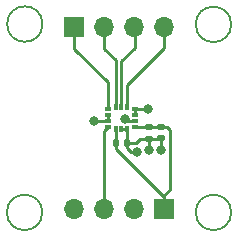
<source format=gbr>
%TF.GenerationSoftware,KiCad,Pcbnew,7.0.10*%
%TF.CreationDate,2025-02-05T15:49:07-05:00*%
%TF.ProjectId,pcb2,70636232-2e6b-4696-9361-645f70636258,rev?*%
%TF.SameCoordinates,Original*%
%TF.FileFunction,Copper,L1,Top*%
%TF.FilePolarity,Positive*%
%FSLAX46Y46*%
G04 Gerber Fmt 4.6, Leading zero omitted, Abs format (unit mm)*
G04 Created by KiCad (PCBNEW 7.0.10) date 2025-02-05 15:49:07*
%MOMM*%
%LPD*%
G01*
G04 APERTURE LIST*
G04 Aperture macros list*
%AMRoundRect*
0 Rectangle with rounded corners*
0 $1 Rounding radius*
0 $2 $3 $4 $5 $6 $7 $8 $9 X,Y pos of 4 corners*
0 Add a 4 corners polygon primitive as box body*
4,1,4,$2,$3,$4,$5,$6,$7,$8,$9,$2,$3,0*
0 Add four circle primitives for the rounded corners*
1,1,$1+$1,$2,$3*
1,1,$1+$1,$4,$5*
1,1,$1+$1,$6,$7*
1,1,$1+$1,$8,$9*
0 Add four rect primitives between the rounded corners*
20,1,$1+$1,$2,$3,$4,$5,0*
20,1,$1+$1,$4,$5,$6,$7,0*
20,1,$1+$1,$6,$7,$8,$9,0*
20,1,$1+$1,$8,$9,$2,$3,0*%
G04 Aperture macros list end*
%TA.AperFunction,NonConductor*%
%ADD10C,0.200000*%
%TD*%
%TA.AperFunction,SMDPad,CuDef*%
%ADD11RoundRect,0.140000X-0.140000X-0.170000X0.140000X-0.170000X0.140000X0.170000X-0.140000X0.170000X0*%
%TD*%
%TA.AperFunction,SMDPad,CuDef*%
%ADD12RoundRect,0.140000X-0.170000X0.140000X-0.170000X-0.140000X0.170000X-0.140000X0.170000X0.140000X0*%
%TD*%
%TA.AperFunction,ComponentPad*%
%ADD13R,1.700000X1.700000*%
%TD*%
%TA.AperFunction,ComponentPad*%
%ADD14O,1.700000X1.700000*%
%TD*%
%TA.AperFunction,SMDPad,CuDef*%
%ADD15RoundRect,0.087500X-0.207500X-0.087500X0.207500X-0.087500X0.207500X0.087500X-0.207500X0.087500X0*%
%TD*%
%TA.AperFunction,SMDPad,CuDef*%
%ADD16RoundRect,0.087500X-0.087500X-0.207500X0.087500X-0.207500X0.087500X0.207500X-0.087500X0.207500X0*%
%TD*%
%TA.AperFunction,ViaPad*%
%ADD17C,0.800000*%
%TD*%
%TA.AperFunction,Conductor*%
%ADD18C,0.250000*%
%TD*%
G04 APERTURE END LIST*
D10*
X153320000Y-111720000D02*
G75*
G03*
X150320000Y-111720000I-1500000J0D01*
G01*
X150320000Y-111720000D02*
G75*
G03*
X153320000Y-111720000I1500000J0D01*
G01*
X153340000Y-95770000D02*
G75*
G03*
X150340000Y-95770000I-1500000J0D01*
G01*
X150340000Y-95770000D02*
G75*
G03*
X153340000Y-95770000I1500000J0D01*
G01*
X169310000Y-111720000D02*
G75*
G03*
X166310000Y-111720000I-1500000J0D01*
G01*
X166310000Y-111720000D02*
G75*
G03*
X169310000Y-111720000I1500000J0D01*
G01*
X169310000Y-95800000D02*
G75*
G03*
X166310000Y-95800000I-1500000J0D01*
G01*
X166310000Y-95800000D02*
G75*
G03*
X169310000Y-95800000I1500000J0D01*
G01*
D11*
%TO.P,C3,1*%
%TO.N,+3.3V*%
X159540000Y-105820000D03*
%TO.P,C3,2*%
%TO.N,GND*%
X160500000Y-105820000D03*
%TD*%
D12*
%TO.P,C2,1*%
%TO.N,+3.3V*%
X162340000Y-104500000D03*
%TO.P,C2,2*%
%TO.N,GND*%
X162340000Y-105460000D03*
%TD*%
D13*
%TO.P,J2,1,Pin_1*%
%TO.N,SDO*%
X156010000Y-96050000D03*
D14*
%TO.P,J2,2,Pin_2*%
%TO.N,SDA*%
X158550000Y-96050000D03*
%TO.P,J2,3,Pin_3*%
%TO.N,SCLK*%
X161090000Y-96050000D03*
%TO.P,J2,4,Pin_4*%
%TO.N,CS*%
X163630000Y-96050000D03*
%TD*%
D13*
%TO.P,J1,1,Pin_1*%
%TO.N,+3.3V*%
X163610000Y-111450000D03*
D14*
%TO.P,J1,2,Pin_2*%
%TO.N,GND*%
X161070000Y-111450000D03*
%TO.P,J1,3,Pin_3*%
%TO.N,INT1*%
X158530000Y-111450000D03*
%TO.P,J1,4,Pin_4*%
%TO.N,INT2*%
X155990000Y-111450000D03*
%TD*%
D12*
%TO.P,C1,1*%
%TO.N,+3.3V*%
X163350000Y-104490000D03*
%TO.P,C1,2*%
%TO.N,GND*%
X163350000Y-105450000D03*
%TD*%
D15*
%TO.P,U1,1,AP_SDO/AP_AD0*%
%TO.N,SDO*%
X158857500Y-102995000D03*
%TO.P,U1,2,RESV_2*%
%TO.N,GND*%
X158857500Y-103495000D03*
%TO.P,U1,3,RESV_3*%
X158857500Y-103995000D03*
%TO.P,U1,4,INT1/INT*%
%TO.N,INT1*%
X158857500Y-104495000D03*
D16*
%TO.P,U1,5,VDDIO*%
%TO.N,+3.3V*%
X159522500Y-104660000D03*
%TO.P,U1,6,GND*%
%TO.N,GND*%
X160022500Y-104660000D03*
%TO.P,U1,7,RESV_7*%
X160522500Y-104660000D03*
D15*
%TO.P,U1,8,VDD*%
%TO.N,+3.3V*%
X161187500Y-104495000D03*
%TO.P,U1,9,INT2/FSYNC/CLKIN*%
%TO.N,INT2*%
X161187500Y-103995000D03*
%TO.P,U1,10,RESV_10*%
%TO.N,GND*%
X161187500Y-103495000D03*
%TO.P,U1,11,RESV_11*%
X161187500Y-102995000D03*
D16*
%TO.P,U1,12,AP_CS*%
%TO.N,CS*%
X160522500Y-102830000D03*
%TO.P,U1,13,AP_SCL/AP_SCLK*%
%TO.N,SCLK*%
X160022500Y-102830000D03*
%TO.P,U1,14,AP_SDA/AP_SDIO/AP_SDI*%
%TO.N,SDA*%
X159522500Y-102830000D03*
%TD*%
D17*
%TO.N,GND*%
X161300000Y-106600000D03*
X162350000Y-106450000D03*
X157700000Y-104000000D03*
X163350000Y-106475000D03*
X162300000Y-103000000D03*
%TO.N,INT2*%
X160319298Y-103774634D03*
%TD*%
D18*
%TO.N,+3.3V*%
X159540000Y-105820000D02*
X159540000Y-106340000D01*
X163650000Y-111410000D02*
X163610000Y-111450000D01*
X159540000Y-106340000D02*
X163610000Y-110410000D01*
X164100000Y-104750000D02*
X164100000Y-109800000D01*
X163340000Y-104500000D02*
X163350000Y-104490000D01*
X162335000Y-104495000D02*
X162340000Y-104500000D01*
X163650000Y-110250000D02*
X163650000Y-111410000D01*
X159522500Y-105802500D02*
X159540000Y-105820000D01*
X163840000Y-104490000D02*
X164100000Y-104750000D01*
X164100000Y-109800000D02*
X163650000Y-110250000D01*
X161187500Y-104495000D02*
X162335000Y-104495000D01*
X162340000Y-104500000D02*
X163340000Y-104500000D01*
X163350000Y-104490000D02*
X163840000Y-104490000D01*
X163610000Y-110410000D02*
X163610000Y-111450000D01*
X159522500Y-104660000D02*
X159522500Y-105802500D01*
%TO.N,GND*%
X161187500Y-102995000D02*
X162295000Y-102995000D01*
X163340000Y-105460000D02*
X163350000Y-105450000D01*
X160800000Y-106600000D02*
X161300000Y-106600000D01*
X160500000Y-105820000D02*
X160500000Y-106300000D01*
X160522500Y-104660000D02*
X160522500Y-105797500D01*
X157705000Y-103995000D02*
X158857500Y-103995000D01*
X161230000Y-105820000D02*
X160500000Y-105820000D01*
X162340000Y-105460000D02*
X163340000Y-105460000D01*
X158857500Y-103995000D02*
X158857500Y-103495000D01*
X162340000Y-106440000D02*
X162340000Y-105460000D01*
X157700000Y-104000000D02*
X157705000Y-103995000D01*
X161590000Y-105460000D02*
X161230000Y-105820000D01*
X162340000Y-105460000D02*
X161590000Y-105460000D01*
X163350000Y-106475000D02*
X163350000Y-105450000D01*
X160022500Y-104660000D02*
X160522500Y-104660000D01*
X162350000Y-106450000D02*
X162340000Y-106440000D01*
X161187500Y-103495000D02*
X161187500Y-102995000D01*
X162295000Y-102995000D02*
X162300000Y-103000000D01*
X160500000Y-106300000D02*
X160800000Y-106600000D01*
X160522500Y-105797500D02*
X160500000Y-105820000D01*
%TO.N,INT2*%
X160539664Y-103995000D02*
X160319298Y-103774634D01*
X161187500Y-103995000D02*
X160539664Y-103995000D01*
%TO.N,CS*%
X160522500Y-100927500D02*
X160522500Y-102830000D01*
X163630000Y-97820000D02*
X160522500Y-100927500D01*
X163630000Y-96050000D02*
X163630000Y-97820000D01*
%TO.N,SCLK*%
X161090000Y-96050000D02*
X161150000Y-96110000D01*
X161150000Y-96110000D02*
X161150000Y-97800000D01*
X161150000Y-97800000D02*
X160022500Y-98927500D01*
X160022500Y-98927500D02*
X160022500Y-102830000D01*
%TO.N,SDA*%
X159522500Y-98822500D02*
X159522500Y-102830000D01*
X158550000Y-96050000D02*
X158550000Y-97850000D01*
X158550000Y-97850000D02*
X159522500Y-98822500D01*
%TO.N,SDO*%
X156010000Y-97860000D02*
X158857500Y-100707500D01*
X158857500Y-100707500D02*
X158857500Y-102995000D01*
X156010000Y-96050000D02*
X156010000Y-97860000D01*
%TO.N,INT1*%
X158530000Y-104822500D02*
X158530000Y-111450000D01*
X158857500Y-104495000D02*
X158530000Y-104822500D01*
%TD*%
M02*

</source>
